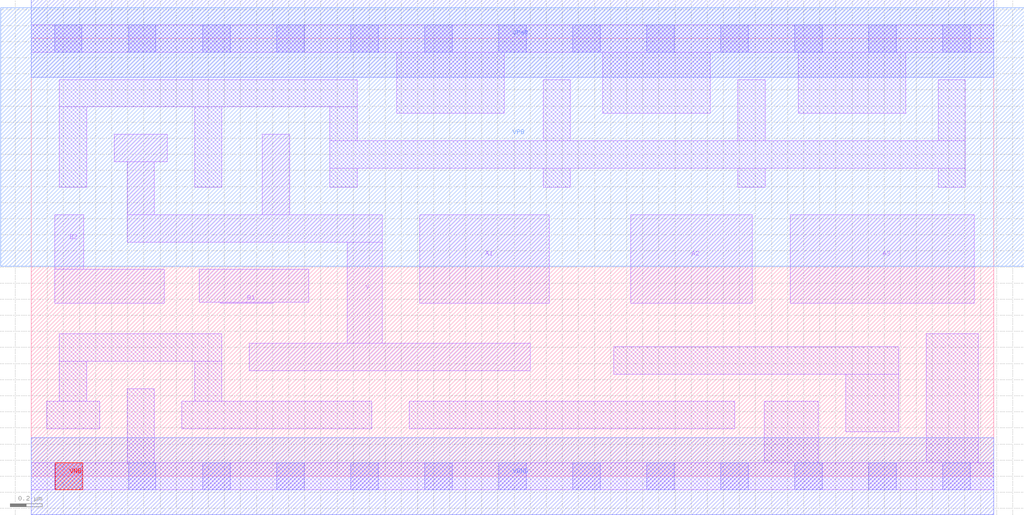
<source format=lef>
# Copyright 2020 The SkyWater PDK Authors
#
# Licensed under the Apache License, Version 2.0 (the "License");
# you may not use this file except in compliance with the License.
# You may obtain a copy of the License at
#
#     https://www.apache.org/licenses/LICENSE-2.0
#
# Unless required by applicable law or agreed to in writing, software
# distributed under the License is distributed on an "AS IS" BASIS,
# WITHOUT WARRANTIES OR CONDITIONS OF ANY KIND, either express or implied.
# See the License for the specific language governing permissions and
# limitations under the License.
#
# SPDX-License-Identifier: Apache-2.0

VERSION 5.7 ;
  NOWIREEXTENSIONATPIN ON ;
  DIVIDERCHAR "/" ;
  BUSBITCHARS "[]" ;
MACRO sky130_fd_sc_hd__a32oi_2
  CLASS CORE ;
  FOREIGN sky130_fd_sc_hd__a32oi_2 ;
  ORIGIN  0.000000  0.000000 ;
  SIZE  5.980000 BY  2.720000 ;
  SYMMETRY X Y R90 ;
  SITE unithd ;
  PIN A1
    ANTENNAGATEAREA  0.495000 ;
    DIRECTION INPUT ;
    USE SIGNAL ;
    PORT
      LAYER li1 ;
        RECT 2.415000 1.075000 3.220000 1.625000 ;
    END
  END A1
  PIN A2
    ANTENNAGATEAREA  0.495000 ;
    DIRECTION INPUT ;
    USE SIGNAL ;
    PORT
      LAYER li1 ;
        RECT 3.725000 1.075000 4.480000 1.625000 ;
    END
  END A2
  PIN A3
    ANTENNAGATEAREA  0.495000 ;
    DIRECTION INPUT ;
    USE SIGNAL ;
    PORT
      LAYER li1 ;
        RECT 4.715000 1.075000 5.860000 1.625000 ;
    END
  END A3
  PIN B1
    ANTENNAGATEAREA  0.495000 ;
    DIRECTION INPUT ;
    USE SIGNAL ;
    PORT
      LAYER li1 ;
        RECT 1.045000 1.080000 1.725000 1.285000 ;
        RECT 1.175000 1.075000 1.505000 1.080000 ;
    END
  END B1
  PIN B2
    ANTENNAGATEAREA  0.495000 ;
    DIRECTION INPUT ;
    USE SIGNAL ;
    PORT
      LAYER li1 ;
        RECT 0.145000 1.075000 0.825000 1.285000 ;
        RECT 0.145000 1.285000 0.325000 1.625000 ;
    END
  END B2
  PIN VNB
    PORT
      LAYER pwell ;
        RECT 0.150000 -0.085000 0.320000 0.085000 ;
    END
  END VNB
  PIN VPB
    PORT
      LAYER nwell ;
        RECT -0.190000 1.305000 6.170000 2.910000 ;
    END
  END VPB
  PIN Y
    ANTENNADIFFAREA  0.891000 ;
    DIRECTION OUTPUT ;
    USE SIGNAL ;
    PORT
      LAYER li1 ;
        RECT 0.515000 1.955000 0.845000 2.125000 ;
        RECT 0.595000 1.455000 2.180000 1.625000 ;
        RECT 0.595000 1.625000 0.765000 1.955000 ;
        RECT 1.355000 0.655000 3.100000 0.825000 ;
        RECT 1.435000 1.625000 1.605000 2.125000 ;
        RECT 1.965000 0.825000 2.180000 1.455000 ;
    END
  END Y
  PIN VGND
    DIRECTION INOUT ;
    SHAPE ABUTMENT ;
    USE GROUND ;
    PORT
      LAYER met1 ;
        RECT 0.000000 -0.240000 5.980000 0.240000 ;
    END
  END VGND
  PIN VPWR
    DIRECTION INOUT ;
    SHAPE ABUTMENT ;
    USE POWER ;
    PORT
      LAYER met1 ;
        RECT 0.000000 2.480000 5.980000 2.960000 ;
    END
  END VPWR
  OBS
    LAYER li1 ;
      RECT 0.000000 -0.085000 5.980000 0.085000 ;
      RECT 0.000000  2.635000 5.980000 2.805000 ;
      RECT 0.095000  0.295000 0.425000 0.465000 ;
      RECT 0.175000  0.465000 0.345000 0.715000 ;
      RECT 0.175000  0.715000 1.185000 0.885000 ;
      RECT 0.175000  1.795000 0.345000 2.295000 ;
      RECT 0.175000  2.295000 2.025000 2.465000 ;
      RECT 0.595000  0.085000 0.765000 0.545000 ;
      RECT 0.935000  0.295000 2.115000 0.465000 ;
      RECT 1.015000  0.465000 1.185000 0.715000 ;
      RECT 1.015000  1.795000 1.185000 2.295000 ;
      RECT 1.855000  1.795000 2.025000 1.915000 ;
      RECT 1.855000  1.915000 5.805000 2.085000 ;
      RECT 1.855000  2.085000 2.025000 2.295000 ;
      RECT 2.270000  2.255000 2.940000 2.635000 ;
      RECT 2.350000  0.295000 4.370000 0.465000 ;
      RECT 3.180000  1.795000 3.350000 1.915000 ;
      RECT 3.180000  2.085000 3.350000 2.465000 ;
      RECT 3.550000  2.255000 4.220000 2.635000 ;
      RECT 3.620000  0.635000 5.390000 0.805000 ;
      RECT 4.390000  1.795000 4.560000 1.915000 ;
      RECT 4.390000  2.085000 4.560000 2.465000 ;
      RECT 4.555000  0.085000 4.890000 0.465000 ;
      RECT 4.765000  2.255000 5.435000 2.635000 ;
      RECT 5.060000  0.275000 5.390000 0.635000 ;
      RECT 5.560000  0.085000 5.885000 0.885000 ;
      RECT 5.635000  1.795000 5.805000 1.915000 ;
      RECT 5.635000  2.085000 5.805000 2.465000 ;
    LAYER mcon ;
      RECT 0.145000 -0.085000 0.315000 0.085000 ;
      RECT 0.145000  2.635000 0.315000 2.805000 ;
      RECT 0.605000 -0.085000 0.775000 0.085000 ;
      RECT 0.605000  2.635000 0.775000 2.805000 ;
      RECT 1.065000 -0.085000 1.235000 0.085000 ;
      RECT 1.065000  2.635000 1.235000 2.805000 ;
      RECT 1.525000 -0.085000 1.695000 0.085000 ;
      RECT 1.525000  2.635000 1.695000 2.805000 ;
      RECT 1.985000 -0.085000 2.155000 0.085000 ;
      RECT 1.985000  2.635000 2.155000 2.805000 ;
      RECT 2.445000 -0.085000 2.615000 0.085000 ;
      RECT 2.445000  2.635000 2.615000 2.805000 ;
      RECT 2.905000 -0.085000 3.075000 0.085000 ;
      RECT 2.905000  2.635000 3.075000 2.805000 ;
      RECT 3.365000 -0.085000 3.535000 0.085000 ;
      RECT 3.365000  2.635000 3.535000 2.805000 ;
      RECT 3.825000 -0.085000 3.995000 0.085000 ;
      RECT 3.825000  2.635000 3.995000 2.805000 ;
      RECT 4.285000 -0.085000 4.455000 0.085000 ;
      RECT 4.285000  2.635000 4.455000 2.805000 ;
      RECT 4.745000 -0.085000 4.915000 0.085000 ;
      RECT 4.745000  2.635000 4.915000 2.805000 ;
      RECT 5.205000 -0.085000 5.375000 0.085000 ;
      RECT 5.205000  2.635000 5.375000 2.805000 ;
      RECT 5.665000 -0.085000 5.835000 0.085000 ;
      RECT 5.665000  2.635000 5.835000 2.805000 ;
  END
END sky130_fd_sc_hd__a32oi_2
END LIBRARY

</source>
